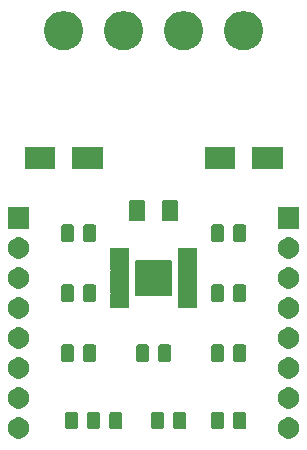
<source format=gbr>
G04 #@! TF.GenerationSoftware,KiCad,Pcbnew,(5.1.5)-3*
G04 #@! TF.CreationDate,2020-05-07T11:30:42+02:00*
G04 #@! TF.ProjectId,TPS26600_ePuse,54505332-3636-4303-905f-65507573652e,rev?*
G04 #@! TF.SameCoordinates,Original*
G04 #@! TF.FileFunction,Soldermask,Top*
G04 #@! TF.FilePolarity,Negative*
%FSLAX46Y46*%
G04 Gerber Fmt 4.6, Leading zero omitted, Abs format (unit mm)*
G04 Created by KiCad (PCBNEW (5.1.5)-3) date 2020-05-07 11:30:42*
%MOMM*%
%LPD*%
G04 APERTURE LIST*
%ADD10C,0.100000*%
G04 APERTURE END LIST*
D10*
G36*
X100443512Y-173093927D02*
G01*
X100592812Y-173123624D01*
X100756784Y-173191544D01*
X100904354Y-173290147D01*
X101029853Y-173415646D01*
X101128456Y-173563216D01*
X101196376Y-173727188D01*
X101231000Y-173901259D01*
X101231000Y-174078741D01*
X101196376Y-174252812D01*
X101128456Y-174416784D01*
X101029853Y-174564354D01*
X100904354Y-174689853D01*
X100756784Y-174788456D01*
X100592812Y-174856376D01*
X100443512Y-174886073D01*
X100418742Y-174891000D01*
X100241258Y-174891000D01*
X100216488Y-174886073D01*
X100067188Y-174856376D01*
X99903216Y-174788456D01*
X99755646Y-174689853D01*
X99630147Y-174564354D01*
X99531544Y-174416784D01*
X99463624Y-174252812D01*
X99429000Y-174078741D01*
X99429000Y-173901259D01*
X99463624Y-173727188D01*
X99531544Y-173563216D01*
X99630147Y-173415646D01*
X99755646Y-173290147D01*
X99903216Y-173191544D01*
X100067188Y-173123624D01*
X100216488Y-173093927D01*
X100241258Y-173089000D01*
X100418742Y-173089000D01*
X100443512Y-173093927D01*
G37*
G36*
X77583512Y-173093927D02*
G01*
X77732812Y-173123624D01*
X77896784Y-173191544D01*
X78044354Y-173290147D01*
X78169853Y-173415646D01*
X78268456Y-173563216D01*
X78336376Y-173727188D01*
X78371000Y-173901259D01*
X78371000Y-174078741D01*
X78336376Y-174252812D01*
X78268456Y-174416784D01*
X78169853Y-174564354D01*
X78044354Y-174689853D01*
X77896784Y-174788456D01*
X77732812Y-174856376D01*
X77583512Y-174886073D01*
X77558742Y-174891000D01*
X77381258Y-174891000D01*
X77356488Y-174886073D01*
X77207188Y-174856376D01*
X77043216Y-174788456D01*
X76895646Y-174689853D01*
X76770147Y-174564354D01*
X76671544Y-174416784D01*
X76603624Y-174252812D01*
X76569000Y-174078741D01*
X76569000Y-173901259D01*
X76603624Y-173727188D01*
X76671544Y-173563216D01*
X76770147Y-173415646D01*
X76895646Y-173290147D01*
X77043216Y-173191544D01*
X77207188Y-173123624D01*
X77356488Y-173093927D01*
X77381258Y-173089000D01*
X77558742Y-173089000D01*
X77583512Y-173093927D01*
G37*
G36*
X89604468Y-172608565D02*
G01*
X89643138Y-172620296D01*
X89678777Y-172639346D01*
X89710017Y-172664983D01*
X89735654Y-172696223D01*
X89754704Y-172731862D01*
X89766435Y-172770532D01*
X89771000Y-172816888D01*
X89771000Y-173893112D01*
X89766435Y-173939468D01*
X89754704Y-173978138D01*
X89735654Y-174013777D01*
X89710017Y-174045017D01*
X89678777Y-174070654D01*
X89643138Y-174089704D01*
X89604468Y-174101435D01*
X89558112Y-174106000D01*
X88906888Y-174106000D01*
X88860532Y-174101435D01*
X88821862Y-174089704D01*
X88786223Y-174070654D01*
X88754983Y-174045017D01*
X88729346Y-174013777D01*
X88710296Y-173978138D01*
X88698565Y-173939468D01*
X88694000Y-173893112D01*
X88694000Y-172816888D01*
X88698565Y-172770532D01*
X88710296Y-172731862D01*
X88729346Y-172696223D01*
X88754983Y-172664983D01*
X88786223Y-172639346D01*
X88821862Y-172620296D01*
X88860532Y-172608565D01*
X88906888Y-172604000D01*
X89558112Y-172604000D01*
X89604468Y-172608565D01*
G37*
G36*
X96559468Y-172608565D02*
G01*
X96598138Y-172620296D01*
X96633777Y-172639346D01*
X96665017Y-172664983D01*
X96690654Y-172696223D01*
X96709704Y-172731862D01*
X96721435Y-172770532D01*
X96726000Y-172816888D01*
X96726000Y-173893112D01*
X96721435Y-173939468D01*
X96709704Y-173978138D01*
X96690654Y-174013777D01*
X96665017Y-174045017D01*
X96633777Y-174070654D01*
X96598138Y-174089704D01*
X96559468Y-174101435D01*
X96513112Y-174106000D01*
X95861888Y-174106000D01*
X95815532Y-174101435D01*
X95776862Y-174089704D01*
X95741223Y-174070654D01*
X95709983Y-174045017D01*
X95684346Y-174013777D01*
X95665296Y-173978138D01*
X95653565Y-173939468D01*
X95649000Y-173893112D01*
X95649000Y-172816888D01*
X95653565Y-172770532D01*
X95665296Y-172731862D01*
X95684346Y-172696223D01*
X95709983Y-172664983D01*
X95741223Y-172639346D01*
X95776862Y-172620296D01*
X95815532Y-172608565D01*
X95861888Y-172604000D01*
X96513112Y-172604000D01*
X96559468Y-172608565D01*
G37*
G36*
X94684468Y-172608565D02*
G01*
X94723138Y-172620296D01*
X94758777Y-172639346D01*
X94790017Y-172664983D01*
X94815654Y-172696223D01*
X94834704Y-172731862D01*
X94846435Y-172770532D01*
X94851000Y-172816888D01*
X94851000Y-173893112D01*
X94846435Y-173939468D01*
X94834704Y-173978138D01*
X94815654Y-174013777D01*
X94790017Y-174045017D01*
X94758777Y-174070654D01*
X94723138Y-174089704D01*
X94684468Y-174101435D01*
X94638112Y-174106000D01*
X93986888Y-174106000D01*
X93940532Y-174101435D01*
X93901862Y-174089704D01*
X93866223Y-174070654D01*
X93834983Y-174045017D01*
X93809346Y-174013777D01*
X93790296Y-173978138D01*
X93778565Y-173939468D01*
X93774000Y-173893112D01*
X93774000Y-172816888D01*
X93778565Y-172770532D01*
X93790296Y-172731862D01*
X93809346Y-172696223D01*
X93834983Y-172664983D01*
X93866223Y-172639346D01*
X93901862Y-172620296D01*
X93940532Y-172608565D01*
X93986888Y-172604000D01*
X94638112Y-172604000D01*
X94684468Y-172608565D01*
G37*
G36*
X82325068Y-172608565D02*
G01*
X82363738Y-172620296D01*
X82399377Y-172639346D01*
X82430617Y-172664983D01*
X82456254Y-172696223D01*
X82475304Y-172731862D01*
X82487035Y-172770532D01*
X82491600Y-172816888D01*
X82491600Y-173893112D01*
X82487035Y-173939468D01*
X82475304Y-173978138D01*
X82456254Y-174013777D01*
X82430617Y-174045017D01*
X82399377Y-174070654D01*
X82363738Y-174089704D01*
X82325068Y-174101435D01*
X82278712Y-174106000D01*
X81627488Y-174106000D01*
X81581132Y-174101435D01*
X81542462Y-174089704D01*
X81506823Y-174070654D01*
X81475583Y-174045017D01*
X81449946Y-174013777D01*
X81430896Y-173978138D01*
X81419165Y-173939468D01*
X81414600Y-173893112D01*
X81414600Y-172816888D01*
X81419165Y-172770532D01*
X81430896Y-172731862D01*
X81449946Y-172696223D01*
X81475583Y-172664983D01*
X81506823Y-172639346D01*
X81542462Y-172620296D01*
X81581132Y-172608565D01*
X81627488Y-172604000D01*
X82278712Y-172604000D01*
X82325068Y-172608565D01*
G37*
G36*
X86066968Y-172608565D02*
G01*
X86105638Y-172620296D01*
X86141277Y-172639346D01*
X86172517Y-172664983D01*
X86198154Y-172696223D01*
X86217204Y-172731862D01*
X86228935Y-172770532D01*
X86233500Y-172816888D01*
X86233500Y-173893112D01*
X86228935Y-173939468D01*
X86217204Y-173978138D01*
X86198154Y-174013777D01*
X86172517Y-174045017D01*
X86141277Y-174070654D01*
X86105638Y-174089704D01*
X86066968Y-174101435D01*
X86020612Y-174106000D01*
X85369388Y-174106000D01*
X85323032Y-174101435D01*
X85284362Y-174089704D01*
X85248723Y-174070654D01*
X85217483Y-174045017D01*
X85191846Y-174013777D01*
X85172796Y-173978138D01*
X85161065Y-173939468D01*
X85156500Y-173893112D01*
X85156500Y-172816888D01*
X85161065Y-172770532D01*
X85172796Y-172731862D01*
X85191846Y-172696223D01*
X85217483Y-172664983D01*
X85248723Y-172639346D01*
X85284362Y-172620296D01*
X85323032Y-172608565D01*
X85369388Y-172604000D01*
X86020612Y-172604000D01*
X86066968Y-172608565D01*
G37*
G36*
X84191968Y-172608565D02*
G01*
X84230638Y-172620296D01*
X84266277Y-172639346D01*
X84297517Y-172664983D01*
X84323154Y-172696223D01*
X84342204Y-172731862D01*
X84353935Y-172770532D01*
X84358500Y-172816888D01*
X84358500Y-173893112D01*
X84353935Y-173939468D01*
X84342204Y-173978138D01*
X84323154Y-174013777D01*
X84297517Y-174045017D01*
X84266277Y-174070654D01*
X84230638Y-174089704D01*
X84191968Y-174101435D01*
X84145612Y-174106000D01*
X83494388Y-174106000D01*
X83448032Y-174101435D01*
X83409362Y-174089704D01*
X83373723Y-174070654D01*
X83342483Y-174045017D01*
X83316846Y-174013777D01*
X83297796Y-173978138D01*
X83286065Y-173939468D01*
X83281500Y-173893112D01*
X83281500Y-172816888D01*
X83286065Y-172770532D01*
X83297796Y-172731862D01*
X83316846Y-172696223D01*
X83342483Y-172664983D01*
X83373723Y-172639346D01*
X83409362Y-172620296D01*
X83448032Y-172608565D01*
X83494388Y-172604000D01*
X84145612Y-172604000D01*
X84191968Y-172608565D01*
G37*
G36*
X91479468Y-172608565D02*
G01*
X91518138Y-172620296D01*
X91553777Y-172639346D01*
X91585017Y-172664983D01*
X91610654Y-172696223D01*
X91629704Y-172731862D01*
X91641435Y-172770532D01*
X91646000Y-172816888D01*
X91646000Y-173893112D01*
X91641435Y-173939468D01*
X91629704Y-173978138D01*
X91610654Y-174013777D01*
X91585017Y-174045017D01*
X91553777Y-174070654D01*
X91518138Y-174089704D01*
X91479468Y-174101435D01*
X91433112Y-174106000D01*
X90781888Y-174106000D01*
X90735532Y-174101435D01*
X90696862Y-174089704D01*
X90661223Y-174070654D01*
X90629983Y-174045017D01*
X90604346Y-174013777D01*
X90585296Y-173978138D01*
X90573565Y-173939468D01*
X90569000Y-173893112D01*
X90569000Y-172816888D01*
X90573565Y-172770532D01*
X90585296Y-172731862D01*
X90604346Y-172696223D01*
X90629983Y-172664983D01*
X90661223Y-172639346D01*
X90696862Y-172620296D01*
X90735532Y-172608565D01*
X90781888Y-172604000D01*
X91433112Y-172604000D01*
X91479468Y-172608565D01*
G37*
G36*
X77583512Y-170553927D02*
G01*
X77732812Y-170583624D01*
X77896784Y-170651544D01*
X78044354Y-170750147D01*
X78169853Y-170875646D01*
X78268456Y-171023216D01*
X78336376Y-171187188D01*
X78371000Y-171361259D01*
X78371000Y-171538741D01*
X78336376Y-171712812D01*
X78268456Y-171876784D01*
X78169853Y-172024354D01*
X78044354Y-172149853D01*
X77896784Y-172248456D01*
X77732812Y-172316376D01*
X77583512Y-172346073D01*
X77558742Y-172351000D01*
X77381258Y-172351000D01*
X77356488Y-172346073D01*
X77207188Y-172316376D01*
X77043216Y-172248456D01*
X76895646Y-172149853D01*
X76770147Y-172024354D01*
X76671544Y-171876784D01*
X76603624Y-171712812D01*
X76569000Y-171538741D01*
X76569000Y-171361259D01*
X76603624Y-171187188D01*
X76671544Y-171023216D01*
X76770147Y-170875646D01*
X76895646Y-170750147D01*
X77043216Y-170651544D01*
X77207188Y-170583624D01*
X77356488Y-170553927D01*
X77381258Y-170549000D01*
X77558742Y-170549000D01*
X77583512Y-170553927D01*
G37*
G36*
X100443512Y-170553927D02*
G01*
X100592812Y-170583624D01*
X100756784Y-170651544D01*
X100904354Y-170750147D01*
X101029853Y-170875646D01*
X101128456Y-171023216D01*
X101196376Y-171187188D01*
X101231000Y-171361259D01*
X101231000Y-171538741D01*
X101196376Y-171712812D01*
X101128456Y-171876784D01*
X101029853Y-172024354D01*
X100904354Y-172149853D01*
X100756784Y-172248456D01*
X100592812Y-172316376D01*
X100443512Y-172346073D01*
X100418742Y-172351000D01*
X100241258Y-172351000D01*
X100216488Y-172346073D01*
X100067188Y-172316376D01*
X99903216Y-172248456D01*
X99755646Y-172149853D01*
X99630147Y-172024354D01*
X99531544Y-171876784D01*
X99463624Y-171712812D01*
X99429000Y-171538741D01*
X99429000Y-171361259D01*
X99463624Y-171187188D01*
X99531544Y-171023216D01*
X99630147Y-170875646D01*
X99755646Y-170750147D01*
X99903216Y-170651544D01*
X100067188Y-170583624D01*
X100216488Y-170553927D01*
X100241258Y-170549000D01*
X100418742Y-170549000D01*
X100443512Y-170553927D01*
G37*
G36*
X77583512Y-168013927D02*
G01*
X77732812Y-168043624D01*
X77896784Y-168111544D01*
X78044354Y-168210147D01*
X78169853Y-168335646D01*
X78268456Y-168483216D01*
X78336376Y-168647188D01*
X78371000Y-168821259D01*
X78371000Y-168998741D01*
X78336376Y-169172812D01*
X78268456Y-169336784D01*
X78169853Y-169484354D01*
X78044354Y-169609853D01*
X77896784Y-169708456D01*
X77732812Y-169776376D01*
X77583512Y-169806073D01*
X77558742Y-169811000D01*
X77381258Y-169811000D01*
X77356488Y-169806073D01*
X77207188Y-169776376D01*
X77043216Y-169708456D01*
X76895646Y-169609853D01*
X76770147Y-169484354D01*
X76671544Y-169336784D01*
X76603624Y-169172812D01*
X76569000Y-168998741D01*
X76569000Y-168821259D01*
X76603624Y-168647188D01*
X76671544Y-168483216D01*
X76770147Y-168335646D01*
X76895646Y-168210147D01*
X77043216Y-168111544D01*
X77207188Y-168043624D01*
X77356488Y-168013927D01*
X77381258Y-168009000D01*
X77558742Y-168009000D01*
X77583512Y-168013927D01*
G37*
G36*
X100443512Y-168013927D02*
G01*
X100592812Y-168043624D01*
X100756784Y-168111544D01*
X100904354Y-168210147D01*
X101029853Y-168335646D01*
X101128456Y-168483216D01*
X101196376Y-168647188D01*
X101231000Y-168821259D01*
X101231000Y-168998741D01*
X101196376Y-169172812D01*
X101128456Y-169336784D01*
X101029853Y-169484354D01*
X100904354Y-169609853D01*
X100756784Y-169708456D01*
X100592812Y-169776376D01*
X100443512Y-169806073D01*
X100418742Y-169811000D01*
X100241258Y-169811000D01*
X100216488Y-169806073D01*
X100067188Y-169776376D01*
X99903216Y-169708456D01*
X99755646Y-169609853D01*
X99630147Y-169484354D01*
X99531544Y-169336784D01*
X99463624Y-169172812D01*
X99429000Y-168998741D01*
X99429000Y-168821259D01*
X99463624Y-168647188D01*
X99531544Y-168483216D01*
X99630147Y-168335646D01*
X99755646Y-168210147D01*
X99903216Y-168111544D01*
X100067188Y-168043624D01*
X100216488Y-168013927D01*
X100241258Y-168009000D01*
X100418742Y-168009000D01*
X100443512Y-168013927D01*
G37*
G36*
X88334468Y-166893565D02*
G01*
X88373138Y-166905296D01*
X88408777Y-166924346D01*
X88440017Y-166949983D01*
X88465654Y-166981223D01*
X88484704Y-167016862D01*
X88496435Y-167055532D01*
X88501000Y-167101888D01*
X88501000Y-168178112D01*
X88496435Y-168224468D01*
X88484704Y-168263138D01*
X88465654Y-168298777D01*
X88440017Y-168330017D01*
X88408777Y-168355654D01*
X88373138Y-168374704D01*
X88334468Y-168386435D01*
X88288112Y-168391000D01*
X87636888Y-168391000D01*
X87590532Y-168386435D01*
X87551862Y-168374704D01*
X87516223Y-168355654D01*
X87484983Y-168330017D01*
X87459346Y-168298777D01*
X87440296Y-168263138D01*
X87428565Y-168224468D01*
X87424000Y-168178112D01*
X87424000Y-167101888D01*
X87428565Y-167055532D01*
X87440296Y-167016862D01*
X87459346Y-166981223D01*
X87484983Y-166949983D01*
X87516223Y-166924346D01*
X87551862Y-166905296D01*
X87590532Y-166893565D01*
X87636888Y-166889000D01*
X88288112Y-166889000D01*
X88334468Y-166893565D01*
G37*
G36*
X81984468Y-166893565D02*
G01*
X82023138Y-166905296D01*
X82058777Y-166924346D01*
X82090017Y-166949983D01*
X82115654Y-166981223D01*
X82134704Y-167016862D01*
X82146435Y-167055532D01*
X82151000Y-167101888D01*
X82151000Y-168178112D01*
X82146435Y-168224468D01*
X82134704Y-168263138D01*
X82115654Y-168298777D01*
X82090017Y-168330017D01*
X82058777Y-168355654D01*
X82023138Y-168374704D01*
X81984468Y-168386435D01*
X81938112Y-168391000D01*
X81286888Y-168391000D01*
X81240532Y-168386435D01*
X81201862Y-168374704D01*
X81166223Y-168355654D01*
X81134983Y-168330017D01*
X81109346Y-168298777D01*
X81090296Y-168263138D01*
X81078565Y-168224468D01*
X81074000Y-168178112D01*
X81074000Y-167101888D01*
X81078565Y-167055532D01*
X81090296Y-167016862D01*
X81109346Y-166981223D01*
X81134983Y-166949983D01*
X81166223Y-166924346D01*
X81201862Y-166905296D01*
X81240532Y-166893565D01*
X81286888Y-166889000D01*
X81938112Y-166889000D01*
X81984468Y-166893565D01*
G37*
G36*
X83859468Y-166893565D02*
G01*
X83898138Y-166905296D01*
X83933777Y-166924346D01*
X83965017Y-166949983D01*
X83990654Y-166981223D01*
X84009704Y-167016862D01*
X84021435Y-167055532D01*
X84026000Y-167101888D01*
X84026000Y-168178112D01*
X84021435Y-168224468D01*
X84009704Y-168263138D01*
X83990654Y-168298777D01*
X83965017Y-168330017D01*
X83933777Y-168355654D01*
X83898138Y-168374704D01*
X83859468Y-168386435D01*
X83813112Y-168391000D01*
X83161888Y-168391000D01*
X83115532Y-168386435D01*
X83076862Y-168374704D01*
X83041223Y-168355654D01*
X83009983Y-168330017D01*
X82984346Y-168298777D01*
X82965296Y-168263138D01*
X82953565Y-168224468D01*
X82949000Y-168178112D01*
X82949000Y-167101888D01*
X82953565Y-167055532D01*
X82965296Y-167016862D01*
X82984346Y-166981223D01*
X83009983Y-166949983D01*
X83041223Y-166924346D01*
X83076862Y-166905296D01*
X83115532Y-166893565D01*
X83161888Y-166889000D01*
X83813112Y-166889000D01*
X83859468Y-166893565D01*
G37*
G36*
X96559468Y-166893565D02*
G01*
X96598138Y-166905296D01*
X96633777Y-166924346D01*
X96665017Y-166949983D01*
X96690654Y-166981223D01*
X96709704Y-167016862D01*
X96721435Y-167055532D01*
X96726000Y-167101888D01*
X96726000Y-168178112D01*
X96721435Y-168224468D01*
X96709704Y-168263138D01*
X96690654Y-168298777D01*
X96665017Y-168330017D01*
X96633777Y-168355654D01*
X96598138Y-168374704D01*
X96559468Y-168386435D01*
X96513112Y-168391000D01*
X95861888Y-168391000D01*
X95815532Y-168386435D01*
X95776862Y-168374704D01*
X95741223Y-168355654D01*
X95709983Y-168330017D01*
X95684346Y-168298777D01*
X95665296Y-168263138D01*
X95653565Y-168224468D01*
X95649000Y-168178112D01*
X95649000Y-167101888D01*
X95653565Y-167055532D01*
X95665296Y-167016862D01*
X95684346Y-166981223D01*
X95709983Y-166949983D01*
X95741223Y-166924346D01*
X95776862Y-166905296D01*
X95815532Y-166893565D01*
X95861888Y-166889000D01*
X96513112Y-166889000D01*
X96559468Y-166893565D01*
G37*
G36*
X90209468Y-166893565D02*
G01*
X90248138Y-166905296D01*
X90283777Y-166924346D01*
X90315017Y-166949983D01*
X90340654Y-166981223D01*
X90359704Y-167016862D01*
X90371435Y-167055532D01*
X90376000Y-167101888D01*
X90376000Y-168178112D01*
X90371435Y-168224468D01*
X90359704Y-168263138D01*
X90340654Y-168298777D01*
X90315017Y-168330017D01*
X90283777Y-168355654D01*
X90248138Y-168374704D01*
X90209468Y-168386435D01*
X90163112Y-168391000D01*
X89511888Y-168391000D01*
X89465532Y-168386435D01*
X89426862Y-168374704D01*
X89391223Y-168355654D01*
X89359983Y-168330017D01*
X89334346Y-168298777D01*
X89315296Y-168263138D01*
X89303565Y-168224468D01*
X89299000Y-168178112D01*
X89299000Y-167101888D01*
X89303565Y-167055532D01*
X89315296Y-167016862D01*
X89334346Y-166981223D01*
X89359983Y-166949983D01*
X89391223Y-166924346D01*
X89426862Y-166905296D01*
X89465532Y-166893565D01*
X89511888Y-166889000D01*
X90163112Y-166889000D01*
X90209468Y-166893565D01*
G37*
G36*
X94684468Y-166893565D02*
G01*
X94723138Y-166905296D01*
X94758777Y-166924346D01*
X94790017Y-166949983D01*
X94815654Y-166981223D01*
X94834704Y-167016862D01*
X94846435Y-167055532D01*
X94851000Y-167101888D01*
X94851000Y-168178112D01*
X94846435Y-168224468D01*
X94834704Y-168263138D01*
X94815654Y-168298777D01*
X94790017Y-168330017D01*
X94758777Y-168355654D01*
X94723138Y-168374704D01*
X94684468Y-168386435D01*
X94638112Y-168391000D01*
X93986888Y-168391000D01*
X93940532Y-168386435D01*
X93901862Y-168374704D01*
X93866223Y-168355654D01*
X93834983Y-168330017D01*
X93809346Y-168298777D01*
X93790296Y-168263138D01*
X93778565Y-168224468D01*
X93774000Y-168178112D01*
X93774000Y-167101888D01*
X93778565Y-167055532D01*
X93790296Y-167016862D01*
X93809346Y-166981223D01*
X93834983Y-166949983D01*
X93866223Y-166924346D01*
X93901862Y-166905296D01*
X93940532Y-166893565D01*
X93986888Y-166889000D01*
X94638112Y-166889000D01*
X94684468Y-166893565D01*
G37*
G36*
X77583512Y-165473927D02*
G01*
X77732812Y-165503624D01*
X77896784Y-165571544D01*
X78044354Y-165670147D01*
X78169853Y-165795646D01*
X78268456Y-165943216D01*
X78336376Y-166107188D01*
X78371000Y-166281259D01*
X78371000Y-166458741D01*
X78336376Y-166632812D01*
X78268456Y-166796784D01*
X78169853Y-166944354D01*
X78044354Y-167069853D01*
X77896784Y-167168456D01*
X77732812Y-167236376D01*
X77583512Y-167266073D01*
X77558742Y-167271000D01*
X77381258Y-167271000D01*
X77356488Y-167266073D01*
X77207188Y-167236376D01*
X77043216Y-167168456D01*
X76895646Y-167069853D01*
X76770147Y-166944354D01*
X76671544Y-166796784D01*
X76603624Y-166632812D01*
X76569000Y-166458741D01*
X76569000Y-166281259D01*
X76603624Y-166107188D01*
X76671544Y-165943216D01*
X76770147Y-165795646D01*
X76895646Y-165670147D01*
X77043216Y-165571544D01*
X77207188Y-165503624D01*
X77356488Y-165473927D01*
X77381258Y-165469000D01*
X77558742Y-165469000D01*
X77583512Y-165473927D01*
G37*
G36*
X100443512Y-165473927D02*
G01*
X100592812Y-165503624D01*
X100756784Y-165571544D01*
X100904354Y-165670147D01*
X101029853Y-165795646D01*
X101128456Y-165943216D01*
X101196376Y-166107188D01*
X101231000Y-166281259D01*
X101231000Y-166458741D01*
X101196376Y-166632812D01*
X101128456Y-166796784D01*
X101029853Y-166944354D01*
X100904354Y-167069853D01*
X100756784Y-167168456D01*
X100592812Y-167236376D01*
X100443512Y-167266073D01*
X100418742Y-167271000D01*
X100241258Y-167271000D01*
X100216488Y-167266073D01*
X100067188Y-167236376D01*
X99903216Y-167168456D01*
X99755646Y-167069853D01*
X99630147Y-166944354D01*
X99531544Y-166796784D01*
X99463624Y-166632812D01*
X99429000Y-166458741D01*
X99429000Y-166281259D01*
X99463624Y-166107188D01*
X99531544Y-165943216D01*
X99630147Y-165795646D01*
X99755646Y-165670147D01*
X99903216Y-165571544D01*
X100067188Y-165503624D01*
X100216488Y-165473927D01*
X100241258Y-165469000D01*
X100418742Y-165469000D01*
X100443512Y-165473927D01*
G37*
G36*
X77583512Y-162933927D02*
G01*
X77732812Y-162963624D01*
X77896784Y-163031544D01*
X78044354Y-163130147D01*
X78169853Y-163255646D01*
X78268456Y-163403216D01*
X78336376Y-163567188D01*
X78371000Y-163741259D01*
X78371000Y-163918741D01*
X78336376Y-164092812D01*
X78268456Y-164256784D01*
X78169853Y-164404354D01*
X78044354Y-164529853D01*
X77896784Y-164628456D01*
X77732812Y-164696376D01*
X77583512Y-164726073D01*
X77558742Y-164731000D01*
X77381258Y-164731000D01*
X77356488Y-164726073D01*
X77207188Y-164696376D01*
X77043216Y-164628456D01*
X76895646Y-164529853D01*
X76770147Y-164404354D01*
X76671544Y-164256784D01*
X76603624Y-164092812D01*
X76569000Y-163918741D01*
X76569000Y-163741259D01*
X76603624Y-163567188D01*
X76671544Y-163403216D01*
X76770147Y-163255646D01*
X76895646Y-163130147D01*
X77043216Y-163031544D01*
X77207188Y-162963624D01*
X77356488Y-162933927D01*
X77381258Y-162929000D01*
X77558742Y-162929000D01*
X77583512Y-162933927D01*
G37*
G36*
X100443512Y-162933927D02*
G01*
X100592812Y-162963624D01*
X100756784Y-163031544D01*
X100904354Y-163130147D01*
X101029853Y-163255646D01*
X101128456Y-163403216D01*
X101196376Y-163567188D01*
X101231000Y-163741259D01*
X101231000Y-163918741D01*
X101196376Y-164092812D01*
X101128456Y-164256784D01*
X101029853Y-164404354D01*
X100904354Y-164529853D01*
X100756784Y-164628456D01*
X100592812Y-164696376D01*
X100443512Y-164726073D01*
X100418742Y-164731000D01*
X100241258Y-164731000D01*
X100216488Y-164726073D01*
X100067188Y-164696376D01*
X99903216Y-164628456D01*
X99755646Y-164529853D01*
X99630147Y-164404354D01*
X99531544Y-164256784D01*
X99463624Y-164092812D01*
X99429000Y-163918741D01*
X99429000Y-163741259D01*
X99463624Y-163567188D01*
X99531544Y-163403216D01*
X99630147Y-163255646D01*
X99755646Y-163130147D01*
X99903216Y-163031544D01*
X100067188Y-162963624D01*
X100216488Y-162933927D01*
X100241258Y-162929000D01*
X100418742Y-162929000D01*
X100443512Y-162933927D01*
G37*
G36*
X86800054Y-158766001D02*
G01*
X86811736Y-158769545D01*
X86822513Y-158775306D01*
X86831950Y-158783050D01*
X86839694Y-158792487D01*
X86845455Y-158803264D01*
X86848999Y-158814946D01*
X86850800Y-158833238D01*
X86850800Y-159196762D01*
X86848999Y-159215054D01*
X86845455Y-159226736D01*
X86839694Y-159237513D01*
X86828379Y-159251301D01*
X86818983Y-159260696D01*
X86805368Y-159281069D01*
X86795990Y-159303707D01*
X86791208Y-159327740D01*
X86791206Y-159352245D01*
X86795985Y-159376278D01*
X86805361Y-159398917D01*
X86818974Y-159419293D01*
X86828375Y-159428694D01*
X86839694Y-159442487D01*
X86845455Y-159453264D01*
X86848999Y-159464946D01*
X86850800Y-159483238D01*
X86850800Y-159846762D01*
X86848999Y-159865054D01*
X86845455Y-159876736D01*
X86839694Y-159887513D01*
X86828379Y-159901301D01*
X86818983Y-159910696D01*
X86805368Y-159931069D01*
X86795990Y-159953707D01*
X86791208Y-159977740D01*
X86791206Y-160002245D01*
X86795985Y-160026278D01*
X86805361Y-160048917D01*
X86818974Y-160069293D01*
X86828375Y-160078694D01*
X86839694Y-160092487D01*
X86845455Y-160103264D01*
X86848999Y-160114946D01*
X86850800Y-160133238D01*
X86850800Y-160496762D01*
X86848999Y-160515054D01*
X86845455Y-160526736D01*
X86839694Y-160537513D01*
X86828379Y-160551301D01*
X86818983Y-160560696D01*
X86805368Y-160581069D01*
X86795990Y-160603707D01*
X86791208Y-160627740D01*
X86791206Y-160652245D01*
X86795985Y-160676278D01*
X86805361Y-160698917D01*
X86818974Y-160719293D01*
X86828375Y-160728694D01*
X86839694Y-160742487D01*
X86845455Y-160753264D01*
X86848999Y-160764946D01*
X86850800Y-160783238D01*
X86850800Y-161146762D01*
X86848999Y-161165054D01*
X86845455Y-161176736D01*
X86839694Y-161187513D01*
X86828379Y-161201301D01*
X86818983Y-161210696D01*
X86805368Y-161231069D01*
X86795990Y-161253707D01*
X86791208Y-161277740D01*
X86791206Y-161302245D01*
X86795985Y-161326278D01*
X86805361Y-161348917D01*
X86818974Y-161369293D01*
X86828375Y-161378694D01*
X86839694Y-161392487D01*
X86845455Y-161403264D01*
X86848999Y-161414946D01*
X86850800Y-161433238D01*
X86850800Y-161796762D01*
X86848999Y-161815054D01*
X86845455Y-161826736D01*
X86839694Y-161837513D01*
X86828379Y-161851301D01*
X86818983Y-161860696D01*
X86805368Y-161881069D01*
X86795990Y-161903707D01*
X86791208Y-161927740D01*
X86791206Y-161952245D01*
X86795985Y-161976278D01*
X86805361Y-161998917D01*
X86818974Y-162019293D01*
X86828375Y-162028694D01*
X86839694Y-162042487D01*
X86845455Y-162053264D01*
X86848999Y-162064946D01*
X86850800Y-162083238D01*
X86850800Y-162446762D01*
X86848999Y-162465054D01*
X86845455Y-162476736D01*
X86839694Y-162487513D01*
X86828379Y-162501301D01*
X86818983Y-162510696D01*
X86805368Y-162531069D01*
X86795990Y-162553707D01*
X86791208Y-162577740D01*
X86791206Y-162602245D01*
X86795985Y-162626278D01*
X86805361Y-162648917D01*
X86818974Y-162669293D01*
X86828375Y-162678694D01*
X86839694Y-162692487D01*
X86845455Y-162703264D01*
X86848999Y-162714946D01*
X86850800Y-162733238D01*
X86850800Y-163096762D01*
X86848999Y-163115054D01*
X86845455Y-163126736D01*
X86839694Y-163137513D01*
X86828379Y-163151301D01*
X86818983Y-163160696D01*
X86805368Y-163181069D01*
X86795990Y-163203707D01*
X86791208Y-163227740D01*
X86791206Y-163252245D01*
X86795985Y-163276278D01*
X86805361Y-163298917D01*
X86818974Y-163319293D01*
X86828375Y-163328694D01*
X86839694Y-163342487D01*
X86845455Y-163353264D01*
X86848999Y-163364946D01*
X86850800Y-163383238D01*
X86850800Y-163746762D01*
X86848999Y-163765054D01*
X86845455Y-163776736D01*
X86839694Y-163787513D01*
X86831950Y-163796950D01*
X86822513Y-163804694D01*
X86811736Y-163810455D01*
X86800054Y-163813999D01*
X86781762Y-163815800D01*
X85268238Y-163815800D01*
X85249946Y-163813999D01*
X85238264Y-163810455D01*
X85227487Y-163804694D01*
X85218050Y-163796950D01*
X85210306Y-163787513D01*
X85204545Y-163776736D01*
X85201001Y-163765054D01*
X85199200Y-163746762D01*
X85199200Y-163383238D01*
X85201001Y-163364946D01*
X85204545Y-163353264D01*
X85210306Y-163342487D01*
X85221621Y-163328699D01*
X85231017Y-163319304D01*
X85244632Y-163298931D01*
X85254010Y-163276293D01*
X85258792Y-163252260D01*
X85258794Y-163227755D01*
X85254015Y-163203722D01*
X85244639Y-163181083D01*
X85231026Y-163160707D01*
X85221625Y-163151306D01*
X85210306Y-163137513D01*
X85204545Y-163126736D01*
X85201001Y-163115054D01*
X85199200Y-163096762D01*
X85199200Y-162733238D01*
X85201001Y-162714946D01*
X85204545Y-162703264D01*
X85210306Y-162692487D01*
X85221621Y-162678699D01*
X85231017Y-162669304D01*
X85244632Y-162648931D01*
X85254010Y-162626293D01*
X85258792Y-162602260D01*
X85258794Y-162577755D01*
X85254015Y-162553722D01*
X85244639Y-162531083D01*
X85231026Y-162510707D01*
X85221625Y-162501306D01*
X85210306Y-162487513D01*
X85204545Y-162476736D01*
X85201001Y-162465054D01*
X85199200Y-162446762D01*
X85199200Y-162083238D01*
X85201001Y-162064946D01*
X85204545Y-162053264D01*
X85210306Y-162042487D01*
X85221621Y-162028699D01*
X85231017Y-162019304D01*
X85244632Y-161998931D01*
X85254010Y-161976293D01*
X85258792Y-161952260D01*
X85258794Y-161927755D01*
X85254015Y-161903722D01*
X85244639Y-161881083D01*
X85231026Y-161860707D01*
X85221625Y-161851306D01*
X85210306Y-161837513D01*
X85204545Y-161826736D01*
X85201001Y-161815054D01*
X85199200Y-161796762D01*
X85199200Y-161433238D01*
X85201001Y-161414946D01*
X85204545Y-161403264D01*
X85210306Y-161392487D01*
X85221621Y-161378699D01*
X85231017Y-161369304D01*
X85244632Y-161348931D01*
X85254010Y-161326293D01*
X85258792Y-161302260D01*
X85258794Y-161277755D01*
X85254015Y-161253722D01*
X85244639Y-161231083D01*
X85231026Y-161210707D01*
X85221625Y-161201306D01*
X85210306Y-161187513D01*
X85204545Y-161176736D01*
X85201001Y-161165054D01*
X85199200Y-161146762D01*
X85199200Y-160783238D01*
X85201001Y-160764946D01*
X85204545Y-160753264D01*
X85210306Y-160742487D01*
X85221621Y-160728699D01*
X85231017Y-160719304D01*
X85244632Y-160698931D01*
X85254010Y-160676293D01*
X85258792Y-160652260D01*
X85258794Y-160627755D01*
X85254015Y-160603722D01*
X85244639Y-160581083D01*
X85231026Y-160560707D01*
X85221625Y-160551306D01*
X85210306Y-160537513D01*
X85204545Y-160526736D01*
X85201001Y-160515054D01*
X85199200Y-160496762D01*
X85199200Y-160133238D01*
X85201001Y-160114946D01*
X85204545Y-160103264D01*
X85210306Y-160092487D01*
X85221621Y-160078699D01*
X85231017Y-160069304D01*
X85244632Y-160048931D01*
X85254010Y-160026293D01*
X85258792Y-160002260D01*
X85258794Y-159977755D01*
X85254015Y-159953722D01*
X85244639Y-159931083D01*
X85231026Y-159910707D01*
X85221625Y-159901306D01*
X85210306Y-159887513D01*
X85204545Y-159876736D01*
X85201001Y-159865054D01*
X85199200Y-159846762D01*
X85199200Y-159483238D01*
X85201001Y-159464946D01*
X85204545Y-159453264D01*
X85210306Y-159442487D01*
X85221621Y-159428699D01*
X85231017Y-159419304D01*
X85244632Y-159398931D01*
X85254010Y-159376293D01*
X85258792Y-159352260D01*
X85258794Y-159327755D01*
X85254015Y-159303722D01*
X85244639Y-159281083D01*
X85231026Y-159260707D01*
X85221625Y-159251306D01*
X85210306Y-159237513D01*
X85204545Y-159226736D01*
X85201001Y-159215054D01*
X85199200Y-159196762D01*
X85199200Y-158833238D01*
X85201001Y-158814946D01*
X85204545Y-158803264D01*
X85210306Y-158792487D01*
X85218050Y-158783050D01*
X85227487Y-158775306D01*
X85238264Y-158769545D01*
X85249946Y-158766001D01*
X85268238Y-158764200D01*
X86781762Y-158764200D01*
X86800054Y-158766001D01*
G37*
G36*
X92550054Y-158766001D02*
G01*
X92561736Y-158769545D01*
X92572513Y-158775306D01*
X92581950Y-158783050D01*
X92589694Y-158792487D01*
X92595455Y-158803264D01*
X92598999Y-158814946D01*
X92600800Y-158833238D01*
X92600800Y-159196762D01*
X92598999Y-159215054D01*
X92595455Y-159226736D01*
X92589694Y-159237513D01*
X92578379Y-159251301D01*
X92568983Y-159260696D01*
X92555368Y-159281069D01*
X92545990Y-159303707D01*
X92541208Y-159327740D01*
X92541206Y-159352245D01*
X92545985Y-159376278D01*
X92555361Y-159398917D01*
X92568974Y-159419293D01*
X92578375Y-159428694D01*
X92589694Y-159442487D01*
X92595455Y-159453264D01*
X92598999Y-159464946D01*
X92600800Y-159483238D01*
X92600800Y-159846762D01*
X92598999Y-159865054D01*
X92595455Y-159876736D01*
X92589694Y-159887513D01*
X92578379Y-159901301D01*
X92568983Y-159910696D01*
X92555368Y-159931069D01*
X92545990Y-159953707D01*
X92541208Y-159977740D01*
X92541206Y-160002245D01*
X92545985Y-160026278D01*
X92555361Y-160048917D01*
X92568974Y-160069293D01*
X92578375Y-160078694D01*
X92589694Y-160092487D01*
X92595455Y-160103264D01*
X92598999Y-160114946D01*
X92600800Y-160133238D01*
X92600800Y-160496762D01*
X92598999Y-160515054D01*
X92595455Y-160526736D01*
X92589694Y-160537513D01*
X92578379Y-160551301D01*
X92568983Y-160560696D01*
X92555368Y-160581069D01*
X92545990Y-160603707D01*
X92541208Y-160627740D01*
X92541206Y-160652245D01*
X92545985Y-160676278D01*
X92555361Y-160698917D01*
X92568974Y-160719293D01*
X92578375Y-160728694D01*
X92589694Y-160742487D01*
X92595455Y-160753264D01*
X92598999Y-160764946D01*
X92600800Y-160783238D01*
X92600800Y-161146762D01*
X92598999Y-161165054D01*
X92595455Y-161176736D01*
X92589694Y-161187513D01*
X92578379Y-161201301D01*
X92568983Y-161210696D01*
X92555368Y-161231069D01*
X92545990Y-161253707D01*
X92541208Y-161277740D01*
X92541206Y-161302245D01*
X92545985Y-161326278D01*
X92555361Y-161348917D01*
X92568974Y-161369293D01*
X92578375Y-161378694D01*
X92589694Y-161392487D01*
X92595455Y-161403264D01*
X92598999Y-161414946D01*
X92600800Y-161433238D01*
X92600800Y-161796762D01*
X92598999Y-161815054D01*
X92595455Y-161826736D01*
X92589694Y-161837513D01*
X92578379Y-161851301D01*
X92568983Y-161860696D01*
X92555368Y-161881069D01*
X92545990Y-161903707D01*
X92541208Y-161927740D01*
X92541206Y-161952245D01*
X92545985Y-161976278D01*
X92555361Y-161998917D01*
X92568974Y-162019293D01*
X92578375Y-162028694D01*
X92589694Y-162042487D01*
X92595455Y-162053264D01*
X92598999Y-162064946D01*
X92600800Y-162083238D01*
X92600800Y-162446762D01*
X92598999Y-162465054D01*
X92595455Y-162476736D01*
X92589694Y-162487513D01*
X92578379Y-162501301D01*
X92568983Y-162510696D01*
X92555368Y-162531069D01*
X92545990Y-162553707D01*
X92541208Y-162577740D01*
X92541206Y-162602245D01*
X92545985Y-162626278D01*
X92555361Y-162648917D01*
X92568974Y-162669293D01*
X92578375Y-162678694D01*
X92589694Y-162692487D01*
X92595455Y-162703264D01*
X92598999Y-162714946D01*
X92600800Y-162733238D01*
X92600800Y-163096762D01*
X92598999Y-163115054D01*
X92595455Y-163126736D01*
X92589694Y-163137513D01*
X92578379Y-163151301D01*
X92568983Y-163160696D01*
X92555368Y-163181069D01*
X92545990Y-163203707D01*
X92541208Y-163227740D01*
X92541206Y-163252245D01*
X92545985Y-163276278D01*
X92555361Y-163298917D01*
X92568974Y-163319293D01*
X92578375Y-163328694D01*
X92589694Y-163342487D01*
X92595455Y-163353264D01*
X92598999Y-163364946D01*
X92600800Y-163383238D01*
X92600800Y-163746762D01*
X92598999Y-163765054D01*
X92595455Y-163776736D01*
X92589694Y-163787513D01*
X92581950Y-163796950D01*
X92572513Y-163804694D01*
X92561736Y-163810455D01*
X92550054Y-163813999D01*
X92531762Y-163815800D01*
X91018238Y-163815800D01*
X90999946Y-163813999D01*
X90988264Y-163810455D01*
X90977487Y-163804694D01*
X90968050Y-163796950D01*
X90960306Y-163787513D01*
X90954545Y-163776736D01*
X90951001Y-163765054D01*
X90949200Y-163746762D01*
X90949200Y-163383238D01*
X90951001Y-163364946D01*
X90954545Y-163353264D01*
X90960306Y-163342487D01*
X90971621Y-163328699D01*
X90981017Y-163319304D01*
X90994632Y-163298931D01*
X91004010Y-163276293D01*
X91008792Y-163252260D01*
X91008794Y-163227755D01*
X91004015Y-163203722D01*
X90994639Y-163181083D01*
X90981026Y-163160707D01*
X90971625Y-163151306D01*
X90960306Y-163137513D01*
X90954545Y-163126736D01*
X90951001Y-163115054D01*
X90949200Y-163096762D01*
X90949200Y-162733238D01*
X90951001Y-162714946D01*
X90954545Y-162703264D01*
X90960306Y-162692487D01*
X90971621Y-162678699D01*
X90981017Y-162669304D01*
X90994632Y-162648931D01*
X91004010Y-162626293D01*
X91008792Y-162602260D01*
X91008794Y-162577755D01*
X91004015Y-162553722D01*
X90994639Y-162531083D01*
X90981026Y-162510707D01*
X90971625Y-162501306D01*
X90960306Y-162487513D01*
X90954545Y-162476736D01*
X90951001Y-162465054D01*
X90949200Y-162446762D01*
X90949200Y-162083238D01*
X90951001Y-162064946D01*
X90954545Y-162053264D01*
X90960306Y-162042487D01*
X90971621Y-162028699D01*
X90981017Y-162019304D01*
X90994632Y-161998931D01*
X91004010Y-161976293D01*
X91008792Y-161952260D01*
X91008794Y-161927755D01*
X91004015Y-161903722D01*
X90994639Y-161881083D01*
X90981026Y-161860707D01*
X90971625Y-161851306D01*
X90960306Y-161837513D01*
X90954545Y-161826736D01*
X90951001Y-161815054D01*
X90949200Y-161796762D01*
X90949200Y-161433238D01*
X90951001Y-161414946D01*
X90954545Y-161403264D01*
X90960306Y-161392487D01*
X90971621Y-161378699D01*
X90981017Y-161369304D01*
X90994632Y-161348931D01*
X91004010Y-161326293D01*
X91008792Y-161302260D01*
X91008794Y-161277755D01*
X91004015Y-161253722D01*
X90994639Y-161231083D01*
X90981026Y-161210707D01*
X90971625Y-161201306D01*
X90960306Y-161187513D01*
X90954545Y-161176736D01*
X90951001Y-161165054D01*
X90949200Y-161146762D01*
X90949200Y-160783238D01*
X90951001Y-160764946D01*
X90954545Y-160753264D01*
X90960306Y-160742487D01*
X90971621Y-160728699D01*
X90981017Y-160719304D01*
X90994632Y-160698931D01*
X91004010Y-160676293D01*
X91008792Y-160652260D01*
X91008794Y-160627755D01*
X91004015Y-160603722D01*
X90994639Y-160581083D01*
X90981026Y-160560707D01*
X90971625Y-160551306D01*
X90960306Y-160537513D01*
X90954545Y-160526736D01*
X90951001Y-160515054D01*
X90949200Y-160496762D01*
X90949200Y-160133238D01*
X90951001Y-160114946D01*
X90954545Y-160103264D01*
X90960306Y-160092487D01*
X90971621Y-160078699D01*
X90981017Y-160069304D01*
X90994632Y-160048931D01*
X91004010Y-160026293D01*
X91008792Y-160002260D01*
X91008794Y-159977755D01*
X91004015Y-159953722D01*
X90994639Y-159931083D01*
X90981026Y-159910707D01*
X90971625Y-159901306D01*
X90960306Y-159887513D01*
X90954545Y-159876736D01*
X90951001Y-159865054D01*
X90949200Y-159846762D01*
X90949200Y-159483238D01*
X90951001Y-159464946D01*
X90954545Y-159453264D01*
X90960306Y-159442487D01*
X90971621Y-159428699D01*
X90981017Y-159419304D01*
X90994632Y-159398931D01*
X91004010Y-159376293D01*
X91008792Y-159352260D01*
X91008794Y-159327755D01*
X91004015Y-159303722D01*
X90994639Y-159281083D01*
X90981026Y-159260707D01*
X90971625Y-159251306D01*
X90960306Y-159237513D01*
X90954545Y-159226736D01*
X90951001Y-159215054D01*
X90949200Y-159196762D01*
X90949200Y-158833238D01*
X90951001Y-158814946D01*
X90954545Y-158803264D01*
X90960306Y-158792487D01*
X90968050Y-158783050D01*
X90977487Y-158775306D01*
X90988264Y-158769545D01*
X90999946Y-158766001D01*
X91018238Y-158764200D01*
X92531762Y-158764200D01*
X92550054Y-158766001D01*
G37*
G36*
X81984468Y-161813565D02*
G01*
X82023138Y-161825296D01*
X82058777Y-161844346D01*
X82090017Y-161869983D01*
X82115654Y-161901223D01*
X82134704Y-161936862D01*
X82146435Y-161975532D01*
X82151000Y-162021888D01*
X82151000Y-163098112D01*
X82146435Y-163144468D01*
X82134704Y-163183138D01*
X82115654Y-163218777D01*
X82090017Y-163250017D01*
X82058777Y-163275654D01*
X82023138Y-163294704D01*
X81984468Y-163306435D01*
X81938112Y-163311000D01*
X81286888Y-163311000D01*
X81240532Y-163306435D01*
X81201862Y-163294704D01*
X81166223Y-163275654D01*
X81134983Y-163250017D01*
X81109346Y-163218777D01*
X81090296Y-163183138D01*
X81078565Y-163144468D01*
X81074000Y-163098112D01*
X81074000Y-162021888D01*
X81078565Y-161975532D01*
X81090296Y-161936862D01*
X81109346Y-161901223D01*
X81134983Y-161869983D01*
X81166223Y-161844346D01*
X81201862Y-161825296D01*
X81240532Y-161813565D01*
X81286888Y-161809000D01*
X81938112Y-161809000D01*
X81984468Y-161813565D01*
G37*
G36*
X94684468Y-161813565D02*
G01*
X94723138Y-161825296D01*
X94758777Y-161844346D01*
X94790017Y-161869983D01*
X94815654Y-161901223D01*
X94834704Y-161936862D01*
X94846435Y-161975532D01*
X94851000Y-162021888D01*
X94851000Y-163098112D01*
X94846435Y-163144468D01*
X94834704Y-163183138D01*
X94815654Y-163218777D01*
X94790017Y-163250017D01*
X94758777Y-163275654D01*
X94723138Y-163294704D01*
X94684468Y-163306435D01*
X94638112Y-163311000D01*
X93986888Y-163311000D01*
X93940532Y-163306435D01*
X93901862Y-163294704D01*
X93866223Y-163275654D01*
X93834983Y-163250017D01*
X93809346Y-163218777D01*
X93790296Y-163183138D01*
X93778565Y-163144468D01*
X93774000Y-163098112D01*
X93774000Y-162021888D01*
X93778565Y-161975532D01*
X93790296Y-161936862D01*
X93809346Y-161901223D01*
X93834983Y-161869983D01*
X93866223Y-161844346D01*
X93901862Y-161825296D01*
X93940532Y-161813565D01*
X93986888Y-161809000D01*
X94638112Y-161809000D01*
X94684468Y-161813565D01*
G37*
G36*
X83859468Y-161813565D02*
G01*
X83898138Y-161825296D01*
X83933777Y-161844346D01*
X83965017Y-161869983D01*
X83990654Y-161901223D01*
X84009704Y-161936862D01*
X84021435Y-161975532D01*
X84026000Y-162021888D01*
X84026000Y-163098112D01*
X84021435Y-163144468D01*
X84009704Y-163183138D01*
X83990654Y-163218777D01*
X83965017Y-163250017D01*
X83933777Y-163275654D01*
X83898138Y-163294704D01*
X83859468Y-163306435D01*
X83813112Y-163311000D01*
X83161888Y-163311000D01*
X83115532Y-163306435D01*
X83076862Y-163294704D01*
X83041223Y-163275654D01*
X83009983Y-163250017D01*
X82984346Y-163218777D01*
X82965296Y-163183138D01*
X82953565Y-163144468D01*
X82949000Y-163098112D01*
X82949000Y-162021888D01*
X82953565Y-161975532D01*
X82965296Y-161936862D01*
X82984346Y-161901223D01*
X83009983Y-161869983D01*
X83041223Y-161844346D01*
X83076862Y-161825296D01*
X83115532Y-161813565D01*
X83161888Y-161809000D01*
X83813112Y-161809000D01*
X83859468Y-161813565D01*
G37*
G36*
X96559468Y-161813565D02*
G01*
X96598138Y-161825296D01*
X96633777Y-161844346D01*
X96665017Y-161869983D01*
X96690654Y-161901223D01*
X96709704Y-161936862D01*
X96721435Y-161975532D01*
X96726000Y-162021888D01*
X96726000Y-163098112D01*
X96721435Y-163144468D01*
X96709704Y-163183138D01*
X96690654Y-163218777D01*
X96665017Y-163250017D01*
X96633777Y-163275654D01*
X96598138Y-163294704D01*
X96559468Y-163306435D01*
X96513112Y-163311000D01*
X95861888Y-163311000D01*
X95815532Y-163306435D01*
X95776862Y-163294704D01*
X95741223Y-163275654D01*
X95709983Y-163250017D01*
X95684346Y-163218777D01*
X95665296Y-163183138D01*
X95653565Y-163144468D01*
X95649000Y-163098112D01*
X95649000Y-162021888D01*
X95653565Y-161975532D01*
X95665296Y-161936862D01*
X95684346Y-161901223D01*
X95709983Y-161869983D01*
X95741223Y-161844346D01*
X95776862Y-161825296D01*
X95815532Y-161813565D01*
X95861888Y-161809000D01*
X96513112Y-161809000D01*
X96559468Y-161813565D01*
G37*
G36*
X90326485Y-159742758D02*
G01*
X90355320Y-159751505D01*
X90381888Y-159765706D01*
X90405180Y-159784820D01*
X90424294Y-159808112D01*
X90438495Y-159834680D01*
X90447242Y-159863515D01*
X90450800Y-159899640D01*
X90450800Y-162680360D01*
X90447242Y-162716485D01*
X90438495Y-162745320D01*
X90424294Y-162771888D01*
X90405180Y-162795180D01*
X90381888Y-162814294D01*
X90355320Y-162828495D01*
X90326485Y-162837242D01*
X90290360Y-162840800D01*
X87509640Y-162840800D01*
X87473515Y-162837242D01*
X87444680Y-162828495D01*
X87418112Y-162814294D01*
X87394820Y-162795180D01*
X87375706Y-162771888D01*
X87361505Y-162745320D01*
X87352758Y-162716485D01*
X87349200Y-162680360D01*
X87349200Y-159899640D01*
X87352758Y-159863515D01*
X87361505Y-159834680D01*
X87375706Y-159808112D01*
X87394820Y-159784820D01*
X87418112Y-159765706D01*
X87444680Y-159751505D01*
X87473515Y-159742758D01*
X87509640Y-159739200D01*
X90290360Y-159739200D01*
X90326485Y-159742758D01*
G37*
G36*
X77583512Y-160393927D02*
G01*
X77732812Y-160423624D01*
X77896784Y-160491544D01*
X78044354Y-160590147D01*
X78169853Y-160715646D01*
X78268456Y-160863216D01*
X78336376Y-161027188D01*
X78371000Y-161201259D01*
X78371000Y-161378741D01*
X78336376Y-161552812D01*
X78268456Y-161716784D01*
X78169853Y-161864354D01*
X78044354Y-161989853D01*
X77896784Y-162088456D01*
X77732812Y-162156376D01*
X77583512Y-162186073D01*
X77558742Y-162191000D01*
X77381258Y-162191000D01*
X77356488Y-162186073D01*
X77207188Y-162156376D01*
X77043216Y-162088456D01*
X76895646Y-161989853D01*
X76770147Y-161864354D01*
X76671544Y-161716784D01*
X76603624Y-161552812D01*
X76569000Y-161378741D01*
X76569000Y-161201259D01*
X76603624Y-161027188D01*
X76671544Y-160863216D01*
X76770147Y-160715646D01*
X76895646Y-160590147D01*
X77043216Y-160491544D01*
X77207188Y-160423624D01*
X77356488Y-160393927D01*
X77381258Y-160389000D01*
X77558742Y-160389000D01*
X77583512Y-160393927D01*
G37*
G36*
X100443512Y-160393927D02*
G01*
X100592812Y-160423624D01*
X100756784Y-160491544D01*
X100904354Y-160590147D01*
X101029853Y-160715646D01*
X101128456Y-160863216D01*
X101196376Y-161027188D01*
X101231000Y-161201259D01*
X101231000Y-161378741D01*
X101196376Y-161552812D01*
X101128456Y-161716784D01*
X101029853Y-161864354D01*
X100904354Y-161989853D01*
X100756784Y-162088456D01*
X100592812Y-162156376D01*
X100443512Y-162186073D01*
X100418742Y-162191000D01*
X100241258Y-162191000D01*
X100216488Y-162186073D01*
X100067188Y-162156376D01*
X99903216Y-162088456D01*
X99755646Y-161989853D01*
X99630147Y-161864354D01*
X99531544Y-161716784D01*
X99463624Y-161552812D01*
X99429000Y-161378741D01*
X99429000Y-161201259D01*
X99463624Y-161027188D01*
X99531544Y-160863216D01*
X99630147Y-160715646D01*
X99755646Y-160590147D01*
X99903216Y-160491544D01*
X100067188Y-160423624D01*
X100216488Y-160393927D01*
X100241258Y-160389000D01*
X100418742Y-160389000D01*
X100443512Y-160393927D01*
G37*
G36*
X77583512Y-157853927D02*
G01*
X77732812Y-157883624D01*
X77896784Y-157951544D01*
X78044354Y-158050147D01*
X78169853Y-158175646D01*
X78268456Y-158323216D01*
X78336376Y-158487188D01*
X78371000Y-158661259D01*
X78371000Y-158838741D01*
X78336376Y-159012812D01*
X78268456Y-159176784D01*
X78169853Y-159324354D01*
X78044354Y-159449853D01*
X77896784Y-159548456D01*
X77732812Y-159616376D01*
X77583512Y-159646073D01*
X77558742Y-159651000D01*
X77381258Y-159651000D01*
X77356488Y-159646073D01*
X77207188Y-159616376D01*
X77043216Y-159548456D01*
X76895646Y-159449853D01*
X76770147Y-159324354D01*
X76671544Y-159176784D01*
X76603624Y-159012812D01*
X76569000Y-158838741D01*
X76569000Y-158661259D01*
X76603624Y-158487188D01*
X76671544Y-158323216D01*
X76770147Y-158175646D01*
X76895646Y-158050147D01*
X77043216Y-157951544D01*
X77207188Y-157883624D01*
X77356488Y-157853927D01*
X77381258Y-157849000D01*
X77558742Y-157849000D01*
X77583512Y-157853927D01*
G37*
G36*
X100443512Y-157853927D02*
G01*
X100592812Y-157883624D01*
X100756784Y-157951544D01*
X100904354Y-158050147D01*
X101029853Y-158175646D01*
X101128456Y-158323216D01*
X101196376Y-158487188D01*
X101231000Y-158661259D01*
X101231000Y-158838741D01*
X101196376Y-159012812D01*
X101128456Y-159176784D01*
X101029853Y-159324354D01*
X100904354Y-159449853D01*
X100756784Y-159548456D01*
X100592812Y-159616376D01*
X100443512Y-159646073D01*
X100418742Y-159651000D01*
X100241258Y-159651000D01*
X100216488Y-159646073D01*
X100067188Y-159616376D01*
X99903216Y-159548456D01*
X99755646Y-159449853D01*
X99630147Y-159324354D01*
X99531544Y-159176784D01*
X99463624Y-159012812D01*
X99429000Y-158838741D01*
X99429000Y-158661259D01*
X99463624Y-158487188D01*
X99531544Y-158323216D01*
X99630147Y-158175646D01*
X99755646Y-158050147D01*
X99903216Y-157951544D01*
X100067188Y-157883624D01*
X100216488Y-157853927D01*
X100241258Y-157849000D01*
X100418742Y-157849000D01*
X100443512Y-157853927D01*
G37*
G36*
X81984468Y-156733565D02*
G01*
X82023138Y-156745296D01*
X82058777Y-156764346D01*
X82090017Y-156789983D01*
X82115654Y-156821223D01*
X82134704Y-156856862D01*
X82146435Y-156895532D01*
X82151000Y-156941888D01*
X82151000Y-158018112D01*
X82146435Y-158064468D01*
X82134704Y-158103138D01*
X82115654Y-158138777D01*
X82090017Y-158170017D01*
X82058777Y-158195654D01*
X82023138Y-158214704D01*
X81984468Y-158226435D01*
X81938112Y-158231000D01*
X81286888Y-158231000D01*
X81240532Y-158226435D01*
X81201862Y-158214704D01*
X81166223Y-158195654D01*
X81134983Y-158170017D01*
X81109346Y-158138777D01*
X81090296Y-158103138D01*
X81078565Y-158064468D01*
X81074000Y-158018112D01*
X81074000Y-156941888D01*
X81078565Y-156895532D01*
X81090296Y-156856862D01*
X81109346Y-156821223D01*
X81134983Y-156789983D01*
X81166223Y-156764346D01*
X81201862Y-156745296D01*
X81240532Y-156733565D01*
X81286888Y-156729000D01*
X81938112Y-156729000D01*
X81984468Y-156733565D01*
G37*
G36*
X96559468Y-156733565D02*
G01*
X96598138Y-156745296D01*
X96633777Y-156764346D01*
X96665017Y-156789983D01*
X96690654Y-156821223D01*
X96709704Y-156856862D01*
X96721435Y-156895532D01*
X96726000Y-156941888D01*
X96726000Y-158018112D01*
X96721435Y-158064468D01*
X96709704Y-158103138D01*
X96690654Y-158138777D01*
X96665017Y-158170017D01*
X96633777Y-158195654D01*
X96598138Y-158214704D01*
X96559468Y-158226435D01*
X96513112Y-158231000D01*
X95861888Y-158231000D01*
X95815532Y-158226435D01*
X95776862Y-158214704D01*
X95741223Y-158195654D01*
X95709983Y-158170017D01*
X95684346Y-158138777D01*
X95665296Y-158103138D01*
X95653565Y-158064468D01*
X95649000Y-158018112D01*
X95649000Y-156941888D01*
X95653565Y-156895532D01*
X95665296Y-156856862D01*
X95684346Y-156821223D01*
X95709983Y-156789983D01*
X95741223Y-156764346D01*
X95776862Y-156745296D01*
X95815532Y-156733565D01*
X95861888Y-156729000D01*
X96513112Y-156729000D01*
X96559468Y-156733565D01*
G37*
G36*
X94684468Y-156733565D02*
G01*
X94723138Y-156745296D01*
X94758777Y-156764346D01*
X94790017Y-156789983D01*
X94815654Y-156821223D01*
X94834704Y-156856862D01*
X94846435Y-156895532D01*
X94851000Y-156941888D01*
X94851000Y-158018112D01*
X94846435Y-158064468D01*
X94834704Y-158103138D01*
X94815654Y-158138777D01*
X94790017Y-158170017D01*
X94758777Y-158195654D01*
X94723138Y-158214704D01*
X94684468Y-158226435D01*
X94638112Y-158231000D01*
X93986888Y-158231000D01*
X93940532Y-158226435D01*
X93901862Y-158214704D01*
X93866223Y-158195654D01*
X93834983Y-158170017D01*
X93809346Y-158138777D01*
X93790296Y-158103138D01*
X93778565Y-158064468D01*
X93774000Y-158018112D01*
X93774000Y-156941888D01*
X93778565Y-156895532D01*
X93790296Y-156856862D01*
X93809346Y-156821223D01*
X93834983Y-156789983D01*
X93866223Y-156764346D01*
X93901862Y-156745296D01*
X93940532Y-156733565D01*
X93986888Y-156729000D01*
X94638112Y-156729000D01*
X94684468Y-156733565D01*
G37*
G36*
X83859468Y-156733565D02*
G01*
X83898138Y-156745296D01*
X83933777Y-156764346D01*
X83965017Y-156789983D01*
X83990654Y-156821223D01*
X84009704Y-156856862D01*
X84021435Y-156895532D01*
X84026000Y-156941888D01*
X84026000Y-158018112D01*
X84021435Y-158064468D01*
X84009704Y-158103138D01*
X83990654Y-158138777D01*
X83965017Y-158170017D01*
X83933777Y-158195654D01*
X83898138Y-158214704D01*
X83859468Y-158226435D01*
X83813112Y-158231000D01*
X83161888Y-158231000D01*
X83115532Y-158226435D01*
X83076862Y-158214704D01*
X83041223Y-158195654D01*
X83009983Y-158170017D01*
X82984346Y-158138777D01*
X82965296Y-158103138D01*
X82953565Y-158064468D01*
X82949000Y-158018112D01*
X82949000Y-156941888D01*
X82953565Y-156895532D01*
X82965296Y-156856862D01*
X82984346Y-156821223D01*
X83009983Y-156789983D01*
X83041223Y-156764346D01*
X83076862Y-156745296D01*
X83115532Y-156733565D01*
X83161888Y-156729000D01*
X83813112Y-156729000D01*
X83859468Y-156733565D01*
G37*
G36*
X78371000Y-157111000D02*
G01*
X76569000Y-157111000D01*
X76569000Y-155309000D01*
X78371000Y-155309000D01*
X78371000Y-157111000D01*
G37*
G36*
X101231000Y-157111000D02*
G01*
X99429000Y-157111000D01*
X99429000Y-155309000D01*
X101231000Y-155309000D01*
X101231000Y-157111000D01*
G37*
G36*
X90818604Y-154653347D02*
G01*
X90855144Y-154664432D01*
X90888821Y-154682433D01*
X90918341Y-154706659D01*
X90942567Y-154736179D01*
X90960568Y-154769856D01*
X90971653Y-154806396D01*
X90976000Y-154850538D01*
X90976000Y-156299462D01*
X90971653Y-156343604D01*
X90960568Y-156380144D01*
X90942567Y-156413821D01*
X90918341Y-156443341D01*
X90888821Y-156467567D01*
X90855144Y-156485568D01*
X90818604Y-156496653D01*
X90774462Y-156501000D01*
X89825538Y-156501000D01*
X89781396Y-156496653D01*
X89744856Y-156485568D01*
X89711179Y-156467567D01*
X89681659Y-156443341D01*
X89657433Y-156413821D01*
X89639432Y-156380144D01*
X89628347Y-156343604D01*
X89624000Y-156299462D01*
X89624000Y-154850538D01*
X89628347Y-154806396D01*
X89639432Y-154769856D01*
X89657433Y-154736179D01*
X89681659Y-154706659D01*
X89711179Y-154682433D01*
X89744856Y-154664432D01*
X89781396Y-154653347D01*
X89825538Y-154649000D01*
X90774462Y-154649000D01*
X90818604Y-154653347D01*
G37*
G36*
X88018604Y-154653347D02*
G01*
X88055144Y-154664432D01*
X88088821Y-154682433D01*
X88118341Y-154706659D01*
X88142567Y-154736179D01*
X88160568Y-154769856D01*
X88171653Y-154806396D01*
X88176000Y-154850538D01*
X88176000Y-156299462D01*
X88171653Y-156343604D01*
X88160568Y-156380144D01*
X88142567Y-156413821D01*
X88118341Y-156443341D01*
X88088821Y-156467567D01*
X88055144Y-156485568D01*
X88018604Y-156496653D01*
X87974462Y-156501000D01*
X87025538Y-156501000D01*
X86981396Y-156496653D01*
X86944856Y-156485568D01*
X86911179Y-156467567D01*
X86881659Y-156443341D01*
X86857433Y-156413821D01*
X86839432Y-156380144D01*
X86828347Y-156343604D01*
X86824000Y-156299462D01*
X86824000Y-154850538D01*
X86828347Y-154806396D01*
X86839432Y-154769856D01*
X86857433Y-154736179D01*
X86881659Y-154706659D01*
X86911179Y-154682433D01*
X86944856Y-154664432D01*
X86981396Y-154653347D01*
X87025538Y-154649000D01*
X87974462Y-154649000D01*
X88018604Y-154653347D01*
G37*
G36*
X99821000Y-152081000D02*
G01*
X97219000Y-152081000D01*
X97219000Y-150179000D01*
X99821000Y-150179000D01*
X99821000Y-152081000D01*
G37*
G36*
X95821000Y-152081000D02*
G01*
X93219000Y-152081000D01*
X93219000Y-150179000D01*
X95821000Y-150179000D01*
X95821000Y-152081000D01*
G37*
G36*
X80581000Y-152081000D02*
G01*
X77979000Y-152081000D01*
X77979000Y-150179000D01*
X80581000Y-150179000D01*
X80581000Y-152081000D01*
G37*
G36*
X84581000Y-152081000D02*
G01*
X81979000Y-152081000D01*
X81979000Y-150179000D01*
X84581000Y-150179000D01*
X84581000Y-152081000D01*
G37*
G36*
X81655256Y-138726298D02*
G01*
X81761579Y-138747447D01*
X82062042Y-138871903D01*
X82332451Y-139052585D01*
X82562415Y-139282549D01*
X82743097Y-139552958D01*
X82867553Y-139853421D01*
X82931000Y-140172391D01*
X82931000Y-140497609D01*
X82867553Y-140816579D01*
X82743097Y-141117042D01*
X82562415Y-141387451D01*
X82332451Y-141617415D01*
X82062042Y-141798097D01*
X81761579Y-141922553D01*
X81655256Y-141943702D01*
X81442611Y-141986000D01*
X81117389Y-141986000D01*
X80904744Y-141943702D01*
X80798421Y-141922553D01*
X80497958Y-141798097D01*
X80227549Y-141617415D01*
X79997585Y-141387451D01*
X79816903Y-141117042D01*
X79692447Y-140816579D01*
X79629000Y-140497609D01*
X79629000Y-140172391D01*
X79692447Y-139853421D01*
X79816903Y-139552958D01*
X79997585Y-139282549D01*
X80227549Y-139052585D01*
X80497958Y-138871903D01*
X80798421Y-138747447D01*
X80904744Y-138726298D01*
X81117389Y-138684000D01*
X81442611Y-138684000D01*
X81655256Y-138726298D01*
G37*
G36*
X86735256Y-138726298D02*
G01*
X86841579Y-138747447D01*
X87142042Y-138871903D01*
X87412451Y-139052585D01*
X87642415Y-139282549D01*
X87823097Y-139552958D01*
X87947553Y-139853421D01*
X88011000Y-140172391D01*
X88011000Y-140497609D01*
X87947553Y-140816579D01*
X87823097Y-141117042D01*
X87642415Y-141387451D01*
X87412451Y-141617415D01*
X87142042Y-141798097D01*
X86841579Y-141922553D01*
X86735256Y-141943702D01*
X86522611Y-141986000D01*
X86197389Y-141986000D01*
X85984744Y-141943702D01*
X85878421Y-141922553D01*
X85577958Y-141798097D01*
X85307549Y-141617415D01*
X85077585Y-141387451D01*
X84896903Y-141117042D01*
X84772447Y-140816579D01*
X84709000Y-140497609D01*
X84709000Y-140172391D01*
X84772447Y-139853421D01*
X84896903Y-139552958D01*
X85077585Y-139282549D01*
X85307549Y-139052585D01*
X85577958Y-138871903D01*
X85878421Y-138747447D01*
X85984744Y-138726298D01*
X86197389Y-138684000D01*
X86522611Y-138684000D01*
X86735256Y-138726298D01*
G37*
G36*
X96895256Y-138726298D02*
G01*
X97001579Y-138747447D01*
X97302042Y-138871903D01*
X97572451Y-139052585D01*
X97802415Y-139282549D01*
X97983097Y-139552958D01*
X98107553Y-139853421D01*
X98171000Y-140172391D01*
X98171000Y-140497609D01*
X98107553Y-140816579D01*
X97983097Y-141117042D01*
X97802415Y-141387451D01*
X97572451Y-141617415D01*
X97302042Y-141798097D01*
X97001579Y-141922553D01*
X96895256Y-141943702D01*
X96682611Y-141986000D01*
X96357389Y-141986000D01*
X96144744Y-141943702D01*
X96038421Y-141922553D01*
X95737958Y-141798097D01*
X95467549Y-141617415D01*
X95237585Y-141387451D01*
X95056903Y-141117042D01*
X94932447Y-140816579D01*
X94869000Y-140497609D01*
X94869000Y-140172391D01*
X94932447Y-139853421D01*
X95056903Y-139552958D01*
X95237585Y-139282549D01*
X95467549Y-139052585D01*
X95737958Y-138871903D01*
X96038421Y-138747447D01*
X96144744Y-138726298D01*
X96357389Y-138684000D01*
X96682611Y-138684000D01*
X96895256Y-138726298D01*
G37*
G36*
X91815256Y-138726298D02*
G01*
X91921579Y-138747447D01*
X92222042Y-138871903D01*
X92492451Y-139052585D01*
X92722415Y-139282549D01*
X92903097Y-139552958D01*
X93027553Y-139853421D01*
X93091000Y-140172391D01*
X93091000Y-140497609D01*
X93027553Y-140816579D01*
X92903097Y-141117042D01*
X92722415Y-141387451D01*
X92492451Y-141617415D01*
X92222042Y-141798097D01*
X91921579Y-141922553D01*
X91815256Y-141943702D01*
X91602611Y-141986000D01*
X91277389Y-141986000D01*
X91064744Y-141943702D01*
X90958421Y-141922553D01*
X90657958Y-141798097D01*
X90387549Y-141617415D01*
X90157585Y-141387451D01*
X89976903Y-141117042D01*
X89852447Y-140816579D01*
X89789000Y-140497609D01*
X89789000Y-140172391D01*
X89852447Y-139853421D01*
X89976903Y-139552958D01*
X90157585Y-139282549D01*
X90387549Y-139052585D01*
X90657958Y-138871903D01*
X90958421Y-138747447D01*
X91064744Y-138726298D01*
X91277389Y-138684000D01*
X91602611Y-138684000D01*
X91815256Y-138726298D01*
G37*
M02*

</source>
